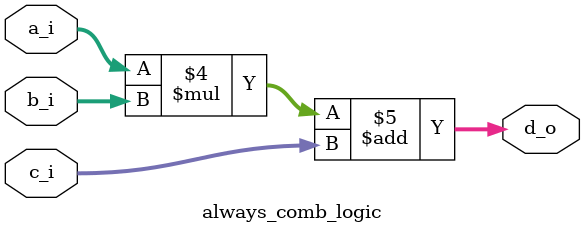
<source format=sv>
`timescale 1ns / 1ps


module always_comb_logic(
    input logic [7:0] a_i,
    input logic [7:0] b_i,
    input logic [7:0] c_i,
    output logic [15:0] d_o

    );

    function logic [15:0] mul_and_add();  // always_comb dediğimiz için fonksiyonun parantezinin içinde ekstradan inputları belirtmemize gerek kalmadı.
        mul_and_add = a_i * b_i + c_i;
    endfunction

    always_comb
    begin
        d_o = mul_and_add(); // always_comb dediğimiz için fonksiyonun parantezinin içinde ekstradan inputları belirtmemize gerek kalmadı.
    end
endmodule


/*

function logic [15:0] mul_and_add(a_i, b_i, c_i);
    mul_and_add = a_i * b_i + c_i;
endfunction

always @(*)
begin
    d_o = mul_and_add(a_i, b_i, c_i);
end

*/
</source>
